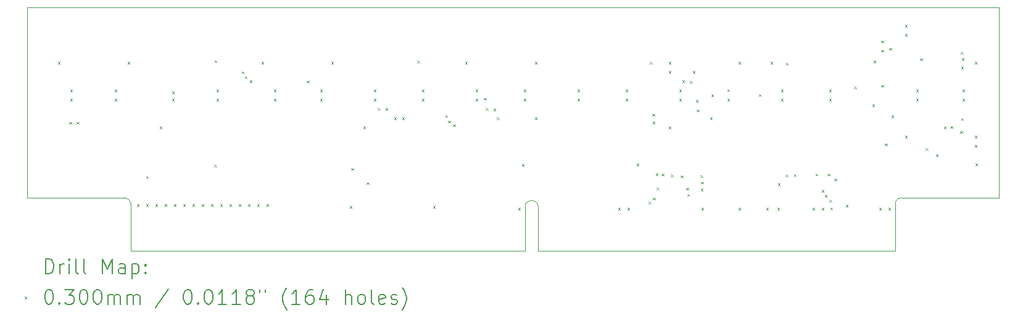
<source format=gbr>
%FSLAX45Y45*%
G04 Gerber Fmt 4.5, Leading zero omitted, Abs format (unit mm)*
G04 Created by KiCad (PCBNEW (6.0.0)) date 2022-01-26 20:38:06*
%MOMM*%
%LPD*%
G01*
G04 APERTURE LIST*
%TA.AperFunction,Profile*%
%ADD10C,0.050000*%
%TD*%
%ADD11C,0.200000*%
%ADD12C,0.030000*%
G04 APERTURE END LIST*
D10*
X12852400Y-11963400D02*
G75*
G03*
X12776597Y-11884715I-78740J0D01*
G01*
X24765000Y-11884660D02*
X23434152Y-11884660D01*
X18445480Y-12009120D02*
G75*
G03*
X18267680Y-12009120I-88900J0D01*
G01*
X23434152Y-11884660D02*
G75*
G03*
X23350220Y-11963400I-5031J-78740D01*
G01*
X23350220Y-12613640D02*
X23350220Y-11963400D01*
X12776597Y-11884715D02*
X11430000Y-11884715D01*
X11430000Y-9271000D02*
X24765000Y-9271000D01*
X23350220Y-12613640D02*
X18445480Y-12613640D01*
X18267680Y-12009120D02*
X18267680Y-12613640D01*
X12852400Y-12613640D02*
X12852400Y-11963400D01*
X18267680Y-12613640D02*
X12852400Y-12613640D01*
X18445480Y-12613640D02*
X18445480Y-12009120D01*
X11430000Y-11884715D02*
X11430000Y-9271000D01*
X24765000Y-9271000D02*
X24765000Y-11884660D01*
D11*
D12*
X11854420Y-10018000D02*
X11884420Y-10048000D01*
X11884420Y-10018000D02*
X11854420Y-10048000D01*
X12013678Y-10842230D02*
X12043678Y-10872230D01*
X12043678Y-10842230D02*
X12013678Y-10872230D01*
X12024600Y-10399000D02*
X12054600Y-10429000D01*
X12054600Y-10399000D02*
X12024600Y-10429000D01*
X12024600Y-10526000D02*
X12054600Y-10556000D01*
X12054600Y-10526000D02*
X12024600Y-10556000D01*
X12115532Y-10843754D02*
X12145532Y-10873754D01*
X12145532Y-10843754D02*
X12115532Y-10873754D01*
X12634200Y-10399000D02*
X12664200Y-10429000D01*
X12664200Y-10399000D02*
X12634200Y-10429000D01*
X12634200Y-10526000D02*
X12664200Y-10556000D01*
X12664200Y-10526000D02*
X12634200Y-10556000D01*
X12812000Y-10018000D02*
X12842000Y-10048000D01*
X12842000Y-10018000D02*
X12812000Y-10048000D01*
X12939000Y-11973800D02*
X12969000Y-12003800D01*
X12969000Y-11973800D02*
X12939000Y-12003800D01*
X13066000Y-11973800D02*
X13096000Y-12003800D01*
X13096000Y-11973800D02*
X13066000Y-12003800D01*
X13066381Y-11585561D02*
X13096381Y-11615561D01*
X13096381Y-11585561D02*
X13066381Y-11615561D01*
X13193000Y-11973800D02*
X13223000Y-12003800D01*
X13223000Y-11973800D02*
X13193000Y-12003800D01*
X13251420Y-10907000D02*
X13281420Y-10937000D01*
X13281420Y-10907000D02*
X13251420Y-10937000D01*
X13320000Y-11973800D02*
X13350000Y-12003800D01*
X13350000Y-11973800D02*
X13320000Y-12003800D01*
X13421600Y-10424400D02*
X13451600Y-10454400D01*
X13451600Y-10424400D02*
X13421600Y-10454400D01*
X13421600Y-10526000D02*
X13451600Y-10556000D01*
X13451600Y-10526000D02*
X13421600Y-10556000D01*
X13447000Y-11973800D02*
X13477000Y-12003800D01*
X13477000Y-11973800D02*
X13447000Y-12003800D01*
X13574000Y-11973800D02*
X13604000Y-12003800D01*
X13604000Y-11973800D02*
X13574000Y-12003800D01*
X13701000Y-11973800D02*
X13731000Y-12003800D01*
X13731000Y-11973800D02*
X13701000Y-12003800D01*
X13828000Y-11973800D02*
X13858000Y-12003800D01*
X13858000Y-11973800D02*
X13828000Y-12003800D01*
X13955000Y-11973800D02*
X13985000Y-12003800D01*
X13985000Y-11973800D02*
X13955000Y-12003800D01*
X14002498Y-11428970D02*
X14032498Y-11458970D01*
X14032498Y-11428970D02*
X14002498Y-11458970D01*
X14004784Y-9994886D02*
X14034784Y-10024886D01*
X14034784Y-9994886D02*
X14004784Y-10024886D01*
X14031200Y-10399000D02*
X14061200Y-10429000D01*
X14061200Y-10399000D02*
X14031200Y-10429000D01*
X14031200Y-10526000D02*
X14061200Y-10556000D01*
X14061200Y-10526000D02*
X14031200Y-10556000D01*
X14082000Y-11973800D02*
X14112000Y-12003800D01*
X14112000Y-11973800D02*
X14082000Y-12003800D01*
X14209000Y-11973800D02*
X14239000Y-12003800D01*
X14239000Y-11973800D02*
X14209000Y-12003800D01*
X14336000Y-11973800D02*
X14366000Y-12003800D01*
X14366000Y-11973800D02*
X14336000Y-12003800D01*
X14377402Y-10147557D02*
X14407402Y-10177557D01*
X14407402Y-10147557D02*
X14377402Y-10177557D01*
X14420687Y-10215150D02*
X14450687Y-10245150D01*
X14450687Y-10215150D02*
X14420687Y-10245150D01*
X14463000Y-11973800D02*
X14493000Y-12003800D01*
X14493000Y-11973800D02*
X14463000Y-12003800D01*
X14487638Y-10273016D02*
X14517638Y-10303016D01*
X14517638Y-10273016D02*
X14487638Y-10303016D01*
X14590000Y-11973800D02*
X14620000Y-12003800D01*
X14620000Y-11973800D02*
X14590000Y-12003800D01*
X14648420Y-10018000D02*
X14678420Y-10048000D01*
X14678420Y-10018000D02*
X14648420Y-10048000D01*
X14717000Y-11973800D02*
X14747000Y-12003800D01*
X14747000Y-11973800D02*
X14717000Y-12003800D01*
X14818600Y-10399000D02*
X14848600Y-10429000D01*
X14848600Y-10399000D02*
X14818600Y-10429000D01*
X14818600Y-10526000D02*
X14848600Y-10556000D01*
X14848600Y-10526000D02*
X14818600Y-10556000D01*
X15269450Y-10276601D02*
X15299450Y-10306601D01*
X15299450Y-10276601D02*
X15269450Y-10306601D01*
X15453600Y-10399000D02*
X15483600Y-10429000D01*
X15483600Y-10399000D02*
X15453600Y-10429000D01*
X15453600Y-10526000D02*
X15483600Y-10556000D01*
X15483600Y-10526000D02*
X15453600Y-10556000D01*
X15606000Y-10018000D02*
X15636000Y-10048000D01*
X15636000Y-10018000D02*
X15606000Y-10048000D01*
X15860000Y-11999200D02*
X15890000Y-12029200D01*
X15890000Y-11999200D02*
X15860000Y-12029200D01*
X15882860Y-11478246D02*
X15912860Y-11508246D01*
X15912860Y-11478246D02*
X15882860Y-11508246D01*
X16045420Y-10907000D02*
X16075420Y-10937000D01*
X16075420Y-10907000D02*
X16045420Y-10937000D01*
X16092410Y-11670778D02*
X16122410Y-11700778D01*
X16122410Y-11670778D02*
X16092410Y-11700778D01*
X16190200Y-10399000D02*
X16220200Y-10429000D01*
X16220200Y-10399000D02*
X16190200Y-10429000D01*
X16190200Y-10526000D02*
X16220200Y-10556000D01*
X16220200Y-10526000D02*
X16190200Y-10556000D01*
X16243032Y-10651476D02*
X16273032Y-10681476D01*
X16273032Y-10651476D02*
X16243032Y-10681476D01*
X16349204Y-10652746D02*
X16379204Y-10682746D01*
X16379204Y-10652746D02*
X16349204Y-10682746D01*
X16468076Y-10779238D02*
X16498076Y-10809238D01*
X16498076Y-10779238D02*
X16468076Y-10809238D01*
X16578312Y-10779746D02*
X16608312Y-10809746D01*
X16608312Y-10779746D02*
X16578312Y-10809746D01*
X16787100Y-9998442D02*
X16817100Y-10028442D01*
X16817100Y-9998442D02*
X16787100Y-10028442D01*
X16850600Y-10399000D02*
X16880600Y-10429000D01*
X16880600Y-10399000D02*
X16850600Y-10429000D01*
X16850600Y-10526000D02*
X16880600Y-10556000D01*
X16880600Y-10526000D02*
X16850600Y-10556000D01*
X17003000Y-11999200D02*
X17033000Y-12029200D01*
X17033000Y-11999200D02*
X17003000Y-12029200D01*
X17171910Y-10751044D02*
X17201910Y-10781044D01*
X17201910Y-10751044D02*
X17171910Y-10781044D01*
X17211032Y-10824600D02*
X17241032Y-10854600D01*
X17241032Y-10824600D02*
X17211032Y-10854600D01*
X17278590Y-10874234D02*
X17308590Y-10904234D01*
X17308590Y-10874234D02*
X17278590Y-10904234D01*
X17442420Y-10018000D02*
X17472420Y-10048000D01*
X17472420Y-10018000D02*
X17442420Y-10048000D01*
X17587200Y-10399000D02*
X17617200Y-10429000D01*
X17617200Y-10399000D02*
X17587200Y-10429000D01*
X17587200Y-10526000D02*
X17617200Y-10556000D01*
X17617200Y-10526000D02*
X17587200Y-10556000D01*
X17703278Y-10512030D02*
X17733278Y-10542030D01*
X17733278Y-10512030D02*
X17703278Y-10542030D01*
X17726646Y-10653508D02*
X17756646Y-10683508D01*
X17756646Y-10653508D02*
X17726646Y-10683508D01*
X17831040Y-10658842D02*
X17861040Y-10688842D01*
X17861040Y-10658842D02*
X17831040Y-10688842D01*
X17877776Y-10780000D02*
X17907776Y-10810000D01*
X17907776Y-10780000D02*
X17877776Y-10810000D01*
X18171400Y-12024600D02*
X18201400Y-12054600D01*
X18201400Y-12024600D02*
X18171400Y-12054600D01*
X18222708Y-11421350D02*
X18252708Y-11451350D01*
X18252708Y-11421350D02*
X18222708Y-11451350D01*
X18247600Y-10399000D02*
X18277600Y-10429000D01*
X18277600Y-10399000D02*
X18247600Y-10429000D01*
X18247601Y-10526000D02*
X18277601Y-10556000D01*
X18277601Y-10526000D02*
X18247601Y-10556000D01*
X18400000Y-10018000D02*
X18430000Y-10048000D01*
X18430000Y-10018000D02*
X18400000Y-10048000D01*
X18400000Y-10780000D02*
X18430000Y-10810000D01*
X18430000Y-10780000D02*
X18400000Y-10810000D01*
X18984200Y-10399000D02*
X19014200Y-10429000D01*
X19014200Y-10399000D02*
X18984200Y-10429000D01*
X18984200Y-10526000D02*
X19014200Y-10556000D01*
X19014200Y-10526000D02*
X18984200Y-10556000D01*
X19543000Y-12024600D02*
X19573000Y-12054600D01*
X19573000Y-12024600D02*
X19543000Y-12054600D01*
X19644600Y-10399000D02*
X19674600Y-10429000D01*
X19674600Y-10399000D02*
X19644600Y-10429000D01*
X19644600Y-10526000D02*
X19674600Y-10556000D01*
X19674600Y-10526000D02*
X19644600Y-10556000D01*
X19670000Y-12024600D02*
X19700000Y-12054600D01*
X19700000Y-12024600D02*
X19670000Y-12054600D01*
X19797000Y-11415000D02*
X19827000Y-11445000D01*
X19827000Y-11415000D02*
X19797000Y-11445000D01*
X19962354Y-11940780D02*
X19992354Y-11970780D01*
X19992354Y-11940780D02*
X19962354Y-11970780D01*
X19977086Y-10015714D02*
X20007086Y-10045714D01*
X20007086Y-10015714D02*
X19977086Y-10045714D01*
X20014424Y-10731994D02*
X20044424Y-10761994D01*
X20044424Y-10731994D02*
X20014424Y-10761994D01*
X20017726Y-10837404D02*
X20047726Y-10867404D01*
X20047726Y-10837404D02*
X20017726Y-10867404D01*
X20019504Y-11883376D02*
X20049504Y-11913376D01*
X20049504Y-11883376D02*
X20019504Y-11913376D01*
X20057654Y-11550858D02*
X20087654Y-11580858D01*
X20087654Y-11550858D02*
X20057654Y-11580858D01*
X20074114Y-11743659D02*
X20104114Y-11773659D01*
X20104114Y-11743659D02*
X20074114Y-11773659D01*
X20139392Y-11553430D02*
X20169392Y-11583430D01*
X20169392Y-11553430D02*
X20139392Y-11583430D01*
X20236420Y-10018000D02*
X20266420Y-10048000D01*
X20266420Y-10018000D02*
X20236420Y-10048000D01*
X20236420Y-10145000D02*
X20266420Y-10175000D01*
X20266420Y-10145000D02*
X20236420Y-10175000D01*
X20236420Y-10907000D02*
X20266420Y-10937000D01*
X20266420Y-10907000D02*
X20236420Y-10937000D01*
X20267154Y-11567908D02*
X20297154Y-11597908D01*
X20297154Y-11567908D02*
X20267154Y-11597908D01*
X20381200Y-10399000D02*
X20411200Y-10429000D01*
X20411200Y-10399000D02*
X20381200Y-10429000D01*
X20381200Y-10526000D02*
X20411200Y-10556000D01*
X20411200Y-10526000D02*
X20381200Y-10556000D01*
X20400250Y-11577560D02*
X20430250Y-11607560D01*
X20430250Y-11577560D02*
X20400250Y-11607560D01*
X20423364Y-10271746D02*
X20453364Y-10301746D01*
X20453364Y-10271746D02*
X20423364Y-10301746D01*
X20480401Y-11748062D02*
X20510401Y-11778062D01*
X20510401Y-11748062D02*
X20480401Y-11778062D01*
X20489912Y-11831814D02*
X20519912Y-11861814D01*
X20519912Y-11831814D02*
X20489912Y-11861814D01*
X20527504Y-10279366D02*
X20557504Y-10309366D01*
X20557504Y-10279366D02*
X20527504Y-10309366D01*
X20566874Y-10145000D02*
X20596874Y-10175000D01*
X20596874Y-10145000D02*
X20566874Y-10175000D01*
X20608276Y-10543018D02*
X20638276Y-10573018D01*
X20638276Y-10543018D02*
X20608276Y-10573018D01*
X20620468Y-10671034D02*
X20650468Y-10701034D01*
X20650468Y-10671034D02*
X20620468Y-10701034D01*
X20675078Y-11572480D02*
X20705078Y-11602480D01*
X20705078Y-11572480D02*
X20675078Y-11602480D01*
X20677872Y-11762472D02*
X20707872Y-11792472D01*
X20707872Y-11762472D02*
X20677872Y-11792472D01*
X20681428Y-11662904D02*
X20711428Y-11692904D01*
X20711428Y-11662904D02*
X20681428Y-11692904D01*
X20686000Y-12024600D02*
X20716000Y-12054600D01*
X20716000Y-12024600D02*
X20686000Y-12054600D01*
X20802586Y-10779492D02*
X20832586Y-10809492D01*
X20832586Y-10779492D02*
X20802586Y-10809492D01*
X20821636Y-10467326D02*
X20851636Y-10497326D01*
X20851636Y-10467326D02*
X20821636Y-10497326D01*
X21041600Y-10394399D02*
X21071600Y-10424399D01*
X21071600Y-10394399D02*
X21041600Y-10424399D01*
X21041600Y-10526000D02*
X21071600Y-10556000D01*
X21071600Y-10526000D02*
X21041600Y-10556000D01*
X21194000Y-10018000D02*
X21224000Y-10048000D01*
X21224000Y-10018000D02*
X21194000Y-10048000D01*
X21194000Y-12024600D02*
X21224000Y-12054600D01*
X21224000Y-12024600D02*
X21194000Y-12054600D01*
X21473908Y-10460976D02*
X21503908Y-10490976D01*
X21503908Y-10460976D02*
X21473908Y-10490976D01*
X21575000Y-12024600D02*
X21605000Y-12054600D01*
X21605000Y-12024600D02*
X21575000Y-12054600D01*
X21633420Y-10018000D02*
X21663420Y-10048000D01*
X21663420Y-10018000D02*
X21633420Y-10048000D01*
X21727400Y-12024600D02*
X21757400Y-12054600D01*
X21757400Y-12024600D02*
X21727400Y-12054600D01*
X21736036Y-11683224D02*
X21766036Y-11713224D01*
X21766036Y-11683224D02*
X21736036Y-11713224D01*
X21778200Y-10399000D02*
X21808200Y-10429000D01*
X21808200Y-10399000D02*
X21778200Y-10429000D01*
X21778200Y-10526000D02*
X21808200Y-10556000D01*
X21808200Y-10526000D02*
X21778200Y-10556000D01*
X21841954Y-11565622D02*
X21871954Y-11595622D01*
X21871954Y-11565622D02*
X21841954Y-11595622D01*
X21843986Y-10030192D02*
X21873986Y-10060192D01*
X21873986Y-10030192D02*
X21843986Y-10060192D01*
X21956762Y-11563590D02*
X21986762Y-11593590D01*
X21986762Y-11563590D02*
X21956762Y-11593590D01*
X22210000Y-12024600D02*
X22240000Y-12054600D01*
X22240000Y-12024600D02*
X22210000Y-12054600D01*
X22253688Y-11552160D02*
X22283688Y-11582160D01*
X22283688Y-11552160D02*
X22253688Y-11582160D01*
X22336238Y-11776713D02*
X22366238Y-11806713D01*
X22366238Y-11776713D02*
X22336238Y-11806713D01*
X22337000Y-12024600D02*
X22367000Y-12054600D01*
X22367000Y-12024600D02*
X22337000Y-12054600D01*
X22378661Y-11847063D02*
X22408661Y-11877063D01*
X22408661Y-11847063D02*
X22378661Y-11877063D01*
X22419296Y-11552922D02*
X22449296Y-11582922D01*
X22449296Y-11552922D02*
X22419296Y-11582922D01*
X22438600Y-10399000D02*
X22468600Y-10429000D01*
X22468600Y-10399000D02*
X22438600Y-10429000D01*
X22438600Y-10526000D02*
X22468600Y-10556000D01*
X22468600Y-10526000D02*
X22438600Y-10556000D01*
X22442410Y-11912332D02*
X22472410Y-11942332D01*
X22472410Y-11912332D02*
X22442410Y-11942332D01*
X22456634Y-12019774D02*
X22486634Y-12049774D01*
X22486634Y-12019774D02*
X22456634Y-12049774D01*
X22512768Y-11620486D02*
X22542768Y-11650486D01*
X22542768Y-11620486D02*
X22512768Y-11650486D01*
X22666438Y-11982436D02*
X22696438Y-12012436D01*
X22696438Y-11982436D02*
X22666438Y-12012436D01*
X22780484Y-10353280D02*
X22810484Y-10383280D01*
X22810484Y-10353280D02*
X22780484Y-10383280D01*
X23029912Y-10600168D02*
X23059912Y-10630168D01*
X23059912Y-10600168D02*
X23029912Y-10630168D01*
X23048200Y-9999204D02*
X23078200Y-10029204D01*
X23078200Y-9999204D02*
X23048200Y-10029204D01*
X23124400Y-12024600D02*
X23154400Y-12054600D01*
X23154400Y-12024600D02*
X23124400Y-12054600D01*
X23152000Y-9724600D02*
X23182000Y-9754600D01*
X23182000Y-9724600D02*
X23152000Y-9754600D01*
X23152000Y-9850700D02*
X23182000Y-9880700D01*
X23182000Y-9850700D02*
X23152000Y-9880700D01*
X23152000Y-10334200D02*
X23182000Y-10364200D01*
X23182000Y-10334200D02*
X23152000Y-10364200D01*
X23202505Y-11137505D02*
X23232505Y-11167505D01*
X23232505Y-11137505D02*
X23202505Y-11167505D01*
X23251400Y-12024600D02*
X23281400Y-12054600D01*
X23281400Y-12024600D02*
X23251400Y-12054600D01*
X23264100Y-9827500D02*
X23294100Y-9857500D01*
X23294100Y-9827500D02*
X23264100Y-9857500D01*
X23293564Y-10752314D02*
X23323564Y-10782314D01*
X23323564Y-10752314D02*
X23293564Y-10782314D01*
X23480000Y-9510000D02*
X23510000Y-9540000D01*
X23510000Y-9510000D02*
X23480000Y-9540000D01*
X23480000Y-9637000D02*
X23510000Y-9667000D01*
X23510000Y-9637000D02*
X23480000Y-9667000D01*
X23480000Y-11034000D02*
X23510000Y-11064000D01*
X23510000Y-11034000D02*
X23480000Y-11064000D01*
X23632400Y-10399000D02*
X23662400Y-10429000D01*
X23662400Y-10399000D02*
X23632400Y-10429000D01*
X23632400Y-10526000D02*
X23662400Y-10556000D01*
X23662400Y-10526000D02*
X23632400Y-10556000D01*
X23688788Y-9971518D02*
X23718788Y-10001518D01*
X23718788Y-9971518D02*
X23688788Y-10001518D01*
X23761940Y-11199862D02*
X23791940Y-11229862D01*
X23791940Y-11199862D02*
X23761940Y-11229862D01*
X23904688Y-11288000D02*
X23934688Y-11318000D01*
X23934688Y-11288000D02*
X23904688Y-11318000D01*
X24013400Y-10907000D02*
X24043400Y-10937000D01*
X24043400Y-10907000D02*
X24013400Y-10937000D01*
X24100014Y-10902174D02*
X24130014Y-10932174D01*
X24130014Y-10902174D02*
X24100014Y-10932174D01*
X24235888Y-10971024D02*
X24265888Y-11001024D01*
X24265888Y-10971024D02*
X24235888Y-11001024D01*
X24247842Y-9879316D02*
X24277842Y-9909316D01*
X24277842Y-9879316D02*
X24247842Y-9909316D01*
X24249620Y-10790668D02*
X24279620Y-10820668D01*
X24279620Y-10790668D02*
X24249620Y-10820668D01*
X24251906Y-10084548D02*
X24281906Y-10114548D01*
X24281906Y-10084548D02*
X24251906Y-10114548D01*
X24260796Y-9963898D02*
X24290796Y-9993898D01*
X24290796Y-9963898D02*
X24260796Y-9993898D01*
X24267400Y-10399000D02*
X24297400Y-10429000D01*
X24297400Y-10399000D02*
X24267400Y-10429000D01*
X24267400Y-10526000D02*
X24297400Y-10556000D01*
X24297400Y-10526000D02*
X24267400Y-10556000D01*
X24437580Y-11034000D02*
X24467580Y-11064000D01*
X24467580Y-11034000D02*
X24437580Y-11064000D01*
X24437580Y-11161000D02*
X24467580Y-11191000D01*
X24467580Y-11161000D02*
X24437580Y-11191000D01*
X24437581Y-10017999D02*
X24467581Y-10047999D01*
X24467581Y-10017999D02*
X24437581Y-10047999D01*
X24445200Y-11415000D02*
X24475200Y-11445000D01*
X24475200Y-11415000D02*
X24445200Y-11445000D01*
D11*
X11685119Y-12926616D02*
X11685119Y-12726616D01*
X11732738Y-12726616D01*
X11761309Y-12736140D01*
X11780357Y-12755188D01*
X11789881Y-12774235D01*
X11799405Y-12812330D01*
X11799405Y-12840902D01*
X11789881Y-12878997D01*
X11780357Y-12898045D01*
X11761309Y-12917092D01*
X11732738Y-12926616D01*
X11685119Y-12926616D01*
X11885119Y-12926616D02*
X11885119Y-12793283D01*
X11885119Y-12831378D02*
X11894643Y-12812330D01*
X11904167Y-12802807D01*
X11923214Y-12793283D01*
X11942262Y-12793283D01*
X12008928Y-12926616D02*
X12008928Y-12793283D01*
X12008928Y-12726616D02*
X11999405Y-12736140D01*
X12008928Y-12745664D01*
X12018452Y-12736140D01*
X12008928Y-12726616D01*
X12008928Y-12745664D01*
X12132738Y-12926616D02*
X12113690Y-12917092D01*
X12104167Y-12898045D01*
X12104167Y-12726616D01*
X12237500Y-12926616D02*
X12218452Y-12917092D01*
X12208928Y-12898045D01*
X12208928Y-12726616D01*
X12466071Y-12926616D02*
X12466071Y-12726616D01*
X12532738Y-12869473D01*
X12599405Y-12726616D01*
X12599405Y-12926616D01*
X12780357Y-12926616D02*
X12780357Y-12821854D01*
X12770833Y-12802807D01*
X12751786Y-12793283D01*
X12713690Y-12793283D01*
X12694643Y-12802807D01*
X12780357Y-12917092D02*
X12761309Y-12926616D01*
X12713690Y-12926616D01*
X12694643Y-12917092D01*
X12685119Y-12898045D01*
X12685119Y-12878997D01*
X12694643Y-12859949D01*
X12713690Y-12850426D01*
X12761309Y-12850426D01*
X12780357Y-12840902D01*
X12875595Y-12793283D02*
X12875595Y-12993283D01*
X12875595Y-12802807D02*
X12894643Y-12793283D01*
X12932738Y-12793283D01*
X12951786Y-12802807D01*
X12961309Y-12812330D01*
X12970833Y-12831378D01*
X12970833Y-12888521D01*
X12961309Y-12907568D01*
X12951786Y-12917092D01*
X12932738Y-12926616D01*
X12894643Y-12926616D01*
X12875595Y-12917092D01*
X13056548Y-12907568D02*
X13066071Y-12917092D01*
X13056548Y-12926616D01*
X13047024Y-12917092D01*
X13056548Y-12907568D01*
X13056548Y-12926616D01*
X13056548Y-12802807D02*
X13066071Y-12812330D01*
X13056548Y-12821854D01*
X13047024Y-12812330D01*
X13056548Y-12802807D01*
X13056548Y-12821854D01*
D12*
X11397500Y-13241140D02*
X11427500Y-13271140D01*
X11427500Y-13241140D02*
X11397500Y-13271140D01*
D11*
X11723214Y-13146616D02*
X11742262Y-13146616D01*
X11761309Y-13156140D01*
X11770833Y-13165664D01*
X11780357Y-13184711D01*
X11789881Y-13222807D01*
X11789881Y-13270426D01*
X11780357Y-13308521D01*
X11770833Y-13327568D01*
X11761309Y-13337092D01*
X11742262Y-13346616D01*
X11723214Y-13346616D01*
X11704167Y-13337092D01*
X11694643Y-13327568D01*
X11685119Y-13308521D01*
X11675595Y-13270426D01*
X11675595Y-13222807D01*
X11685119Y-13184711D01*
X11694643Y-13165664D01*
X11704167Y-13156140D01*
X11723214Y-13146616D01*
X11875595Y-13327568D02*
X11885119Y-13337092D01*
X11875595Y-13346616D01*
X11866071Y-13337092D01*
X11875595Y-13327568D01*
X11875595Y-13346616D01*
X11951786Y-13146616D02*
X12075595Y-13146616D01*
X12008928Y-13222807D01*
X12037500Y-13222807D01*
X12056548Y-13232330D01*
X12066071Y-13241854D01*
X12075595Y-13260902D01*
X12075595Y-13308521D01*
X12066071Y-13327568D01*
X12056548Y-13337092D01*
X12037500Y-13346616D01*
X11980357Y-13346616D01*
X11961309Y-13337092D01*
X11951786Y-13327568D01*
X12199405Y-13146616D02*
X12218452Y-13146616D01*
X12237500Y-13156140D01*
X12247024Y-13165664D01*
X12256548Y-13184711D01*
X12266071Y-13222807D01*
X12266071Y-13270426D01*
X12256548Y-13308521D01*
X12247024Y-13327568D01*
X12237500Y-13337092D01*
X12218452Y-13346616D01*
X12199405Y-13346616D01*
X12180357Y-13337092D01*
X12170833Y-13327568D01*
X12161309Y-13308521D01*
X12151786Y-13270426D01*
X12151786Y-13222807D01*
X12161309Y-13184711D01*
X12170833Y-13165664D01*
X12180357Y-13156140D01*
X12199405Y-13146616D01*
X12389881Y-13146616D02*
X12408928Y-13146616D01*
X12427976Y-13156140D01*
X12437500Y-13165664D01*
X12447024Y-13184711D01*
X12456548Y-13222807D01*
X12456548Y-13270426D01*
X12447024Y-13308521D01*
X12437500Y-13327568D01*
X12427976Y-13337092D01*
X12408928Y-13346616D01*
X12389881Y-13346616D01*
X12370833Y-13337092D01*
X12361309Y-13327568D01*
X12351786Y-13308521D01*
X12342262Y-13270426D01*
X12342262Y-13222807D01*
X12351786Y-13184711D01*
X12361309Y-13165664D01*
X12370833Y-13156140D01*
X12389881Y-13146616D01*
X12542262Y-13346616D02*
X12542262Y-13213283D01*
X12542262Y-13232330D02*
X12551786Y-13222807D01*
X12570833Y-13213283D01*
X12599405Y-13213283D01*
X12618452Y-13222807D01*
X12627976Y-13241854D01*
X12627976Y-13346616D01*
X12627976Y-13241854D02*
X12637500Y-13222807D01*
X12656548Y-13213283D01*
X12685119Y-13213283D01*
X12704167Y-13222807D01*
X12713690Y-13241854D01*
X12713690Y-13346616D01*
X12808928Y-13346616D02*
X12808928Y-13213283D01*
X12808928Y-13232330D02*
X12818452Y-13222807D01*
X12837500Y-13213283D01*
X12866071Y-13213283D01*
X12885119Y-13222807D01*
X12894643Y-13241854D01*
X12894643Y-13346616D01*
X12894643Y-13241854D02*
X12904167Y-13222807D01*
X12923214Y-13213283D01*
X12951786Y-13213283D01*
X12970833Y-13222807D01*
X12980357Y-13241854D01*
X12980357Y-13346616D01*
X13370833Y-13137092D02*
X13199405Y-13394235D01*
X13627976Y-13146616D02*
X13647024Y-13146616D01*
X13666071Y-13156140D01*
X13675595Y-13165664D01*
X13685119Y-13184711D01*
X13694643Y-13222807D01*
X13694643Y-13270426D01*
X13685119Y-13308521D01*
X13675595Y-13327568D01*
X13666071Y-13337092D01*
X13647024Y-13346616D01*
X13627976Y-13346616D01*
X13608928Y-13337092D01*
X13599405Y-13327568D01*
X13589881Y-13308521D01*
X13580357Y-13270426D01*
X13580357Y-13222807D01*
X13589881Y-13184711D01*
X13599405Y-13165664D01*
X13608928Y-13156140D01*
X13627976Y-13146616D01*
X13780357Y-13327568D02*
X13789881Y-13337092D01*
X13780357Y-13346616D01*
X13770833Y-13337092D01*
X13780357Y-13327568D01*
X13780357Y-13346616D01*
X13913690Y-13146616D02*
X13932738Y-13146616D01*
X13951786Y-13156140D01*
X13961309Y-13165664D01*
X13970833Y-13184711D01*
X13980357Y-13222807D01*
X13980357Y-13270426D01*
X13970833Y-13308521D01*
X13961309Y-13327568D01*
X13951786Y-13337092D01*
X13932738Y-13346616D01*
X13913690Y-13346616D01*
X13894643Y-13337092D01*
X13885119Y-13327568D01*
X13875595Y-13308521D01*
X13866071Y-13270426D01*
X13866071Y-13222807D01*
X13875595Y-13184711D01*
X13885119Y-13165664D01*
X13894643Y-13156140D01*
X13913690Y-13146616D01*
X14170833Y-13346616D02*
X14056548Y-13346616D01*
X14113690Y-13346616D02*
X14113690Y-13146616D01*
X14094643Y-13175188D01*
X14075595Y-13194235D01*
X14056548Y-13203759D01*
X14361309Y-13346616D02*
X14247024Y-13346616D01*
X14304167Y-13346616D02*
X14304167Y-13146616D01*
X14285119Y-13175188D01*
X14266071Y-13194235D01*
X14247024Y-13203759D01*
X14475595Y-13232330D02*
X14456548Y-13222807D01*
X14447024Y-13213283D01*
X14437500Y-13194235D01*
X14437500Y-13184711D01*
X14447024Y-13165664D01*
X14456548Y-13156140D01*
X14475595Y-13146616D01*
X14513690Y-13146616D01*
X14532738Y-13156140D01*
X14542262Y-13165664D01*
X14551786Y-13184711D01*
X14551786Y-13194235D01*
X14542262Y-13213283D01*
X14532738Y-13222807D01*
X14513690Y-13232330D01*
X14475595Y-13232330D01*
X14456548Y-13241854D01*
X14447024Y-13251378D01*
X14437500Y-13270426D01*
X14437500Y-13308521D01*
X14447024Y-13327568D01*
X14456548Y-13337092D01*
X14475595Y-13346616D01*
X14513690Y-13346616D01*
X14532738Y-13337092D01*
X14542262Y-13327568D01*
X14551786Y-13308521D01*
X14551786Y-13270426D01*
X14542262Y-13251378D01*
X14532738Y-13241854D01*
X14513690Y-13232330D01*
X14627976Y-13146616D02*
X14627976Y-13184711D01*
X14704167Y-13146616D02*
X14704167Y-13184711D01*
X14999405Y-13422807D02*
X14989881Y-13413283D01*
X14970833Y-13384711D01*
X14961309Y-13365664D01*
X14951786Y-13337092D01*
X14942262Y-13289473D01*
X14942262Y-13251378D01*
X14951786Y-13203759D01*
X14961309Y-13175188D01*
X14970833Y-13156140D01*
X14989881Y-13127568D01*
X14999405Y-13118045D01*
X15180357Y-13346616D02*
X15066071Y-13346616D01*
X15123214Y-13346616D02*
X15123214Y-13146616D01*
X15104167Y-13175188D01*
X15085119Y-13194235D01*
X15066071Y-13203759D01*
X15351786Y-13146616D02*
X15313690Y-13146616D01*
X15294643Y-13156140D01*
X15285119Y-13165664D01*
X15266071Y-13194235D01*
X15256548Y-13232330D01*
X15256548Y-13308521D01*
X15266071Y-13327568D01*
X15275595Y-13337092D01*
X15294643Y-13346616D01*
X15332738Y-13346616D01*
X15351786Y-13337092D01*
X15361309Y-13327568D01*
X15370833Y-13308521D01*
X15370833Y-13260902D01*
X15361309Y-13241854D01*
X15351786Y-13232330D01*
X15332738Y-13222807D01*
X15294643Y-13222807D01*
X15275595Y-13232330D01*
X15266071Y-13241854D01*
X15256548Y-13260902D01*
X15542262Y-13213283D02*
X15542262Y-13346616D01*
X15494643Y-13137092D02*
X15447024Y-13279949D01*
X15570833Y-13279949D01*
X15799405Y-13346616D02*
X15799405Y-13146616D01*
X15885119Y-13346616D02*
X15885119Y-13241854D01*
X15875595Y-13222807D01*
X15856548Y-13213283D01*
X15827976Y-13213283D01*
X15808928Y-13222807D01*
X15799405Y-13232330D01*
X16008928Y-13346616D02*
X15989881Y-13337092D01*
X15980357Y-13327568D01*
X15970833Y-13308521D01*
X15970833Y-13251378D01*
X15980357Y-13232330D01*
X15989881Y-13222807D01*
X16008928Y-13213283D01*
X16037500Y-13213283D01*
X16056548Y-13222807D01*
X16066071Y-13232330D01*
X16075595Y-13251378D01*
X16075595Y-13308521D01*
X16066071Y-13327568D01*
X16056548Y-13337092D01*
X16037500Y-13346616D01*
X16008928Y-13346616D01*
X16189881Y-13346616D02*
X16170833Y-13337092D01*
X16161309Y-13318045D01*
X16161309Y-13146616D01*
X16342262Y-13337092D02*
X16323214Y-13346616D01*
X16285119Y-13346616D01*
X16266071Y-13337092D01*
X16256548Y-13318045D01*
X16256548Y-13241854D01*
X16266071Y-13222807D01*
X16285119Y-13213283D01*
X16323214Y-13213283D01*
X16342262Y-13222807D01*
X16351786Y-13241854D01*
X16351786Y-13260902D01*
X16256548Y-13279949D01*
X16427976Y-13337092D02*
X16447024Y-13346616D01*
X16485119Y-13346616D01*
X16504167Y-13337092D01*
X16513690Y-13318045D01*
X16513690Y-13308521D01*
X16504167Y-13289473D01*
X16485119Y-13279949D01*
X16456548Y-13279949D01*
X16437500Y-13270426D01*
X16427976Y-13251378D01*
X16427976Y-13241854D01*
X16437500Y-13222807D01*
X16456548Y-13213283D01*
X16485119Y-13213283D01*
X16504167Y-13222807D01*
X16580357Y-13422807D02*
X16589881Y-13413283D01*
X16608928Y-13384711D01*
X16618452Y-13365664D01*
X16627976Y-13337092D01*
X16637500Y-13289473D01*
X16637500Y-13251378D01*
X16627976Y-13203759D01*
X16618452Y-13175188D01*
X16608928Y-13156140D01*
X16589881Y-13127568D01*
X16580357Y-13118045D01*
M02*

</source>
